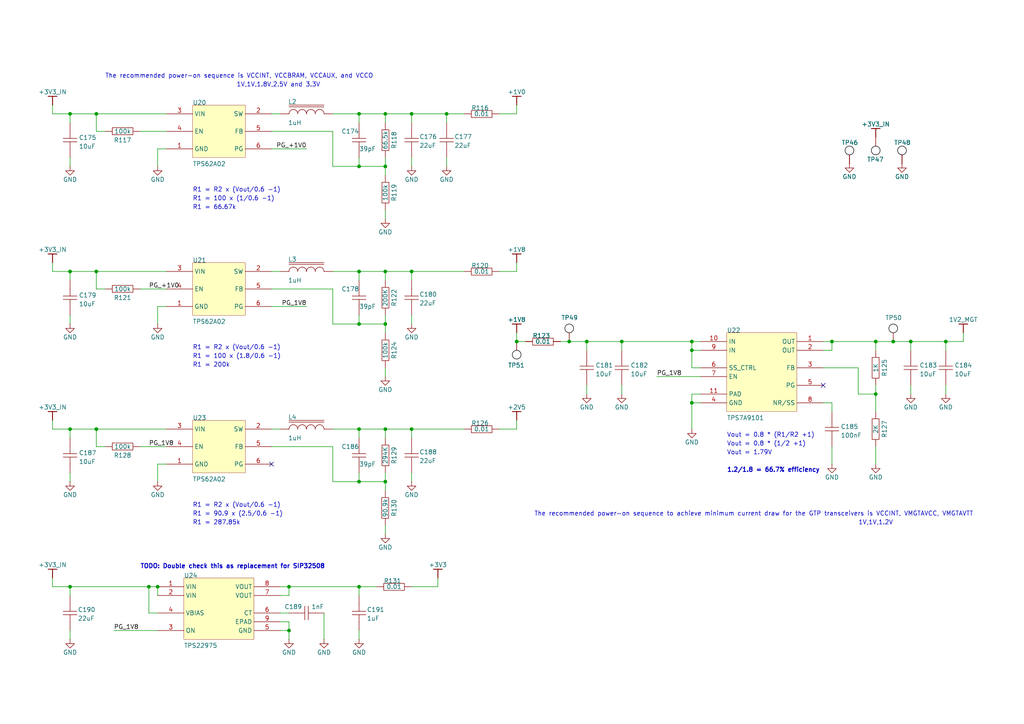
<source format=kicad_sch>
(kicad_sch (version 20241004) (generator "eeschema") (generator_version "8.99")
  (paper "A4")
  (title_block (title "ThunderScope") (rev "5") (company "EEVengers"))
  (text "The recommended power-on sequence to achieve minimum current draw for the GTP transceivers is VCCINT, VMGTAVCC, VMGTAVTT" (at 154.94 149.86 0) (effects (font (size 1.27 1.27)) (justify left bottom)))
  (text "TODO: Double check this as replacement for SIP32508" (at 40.64 165.1 0) (effects (font (size 1.27 1.27) (thickness 0.254) (bold yes)) (justify left bottom)))
  (text "R1 = R2 x (Vout/0.6 -1)" (at 55.88 55.88 0) (effects (font (size 1.27 1.27)) (justify left bottom)))
  (text "Vout = 0.8 * (1/2 +1)" (at 210.82 129.54 0) (effects (font (size 1.27 1.27)) (justify left bottom)))
  (text "R1 = 200k" (at 55.88 106.68 0) (effects (font (size 1.27 1.27)) (justify left bottom)))
  (text "R1 = R2 x (Vout/0.6 -1)" (at 55.88 147.32 0) (effects (font (size 1.27 1.27)) (justify left bottom)))
  (text "R1 = 90.9 x (2.5/0.6 -1)" (at 55.88 149.86 0) (effects (font (size 1.27 1.27)) (justify left bottom)))
  (text "Vout = 1.79V" (at 210.82 132.08 0) (effects (font (size 1.27 1.27)) (justify left bottom)))
  (text "1V,1V,1.2V" (at 254 152.4 0) (effects (font (size 1.27 1.27)) (justify bottom)))
  (text "R1 = 100 x (1.8/0.6 -1)" (at 55.88 104.14 0) (effects (font (size 1.27 1.27)) (justify left bottom)))
  (text "R1 = 100 x (1/0.6 -1)" (at 55.88 58.42 0) (effects (font (size 1.27 1.27)) (justify left bottom)))
  (text "R1 = 66.67k" (at 55.88 60.96 0) (effects (font (size 1.27 1.27)) (justify left bottom)))
  (text "Vout = 0.8 * (R1/R2 +1)" (at 210.82 127 0) (effects (font (size 1.27 1.27)) (justify left bottom)))
  (text "1.2/1.8 = 66.7% efficiency" (at 210.82 137.16 0) (effects (font (size 1.27 1.27) (thickness 0.254) (bold yes)) (justify left bottom)))
  (text "R1 = 287.85k" (at 55.88 152.4 0) (effects (font (size 1.27 1.27)) (justify left bottom)))
  (text "The recommended power-on sequence is VCCINT, VCCBRAM, VCCAUX, and VCCO" (at 30.48 22.86 0) (effects (font (size 1.27 1.27)) (justify left bottom)))
  (text "R1 = R2 x (Vout/0.6 -1)" (at 55.88 101.6 0) (effects (font (size 1.27 1.27)) (justify left bottom)))
  (text "1V,1V,1.8V,2.5V and 3.3V" (at 68.58 25.4 0) (effects (font (size 1.27 1.27)) (justify left bottom)))
  (junction (at 180.34 99.06))
  (junction (at 104.14 33.02))
  (junction (at 83.82 170.18))
  (junction (at 254 114.3))
  (junction (at 27.94 78.74))
  (junction (at 241.3 99.06))
  (junction (at 259.08 99.06))
  (junction (at 111.76 78.74))
  (junction (at 104.14 78.74))
  (junction (at 264.16 99.06))
  (junction (at 200.66 116.84))
  (junction (at 20.32 78.74))
  (junction (at 200.66 99.06))
  (junction (at 119.38 124.46))
  (junction (at 111.76 48.26))
  (junction (at 83.82 182.88))
  (junction (at 45.72 170.18))
  (junction (at 104.14 139.7))
  (junction (at 20.32 33.02))
  (junction (at 149.86 99.06))
  (junction (at 104.14 48.26))
  (junction (at 104.14 124.46))
  (junction (at 104.14 170.18))
  (junction (at 165.1 99.06))
  (junction (at 111.76 93.98))
  (junction (at 43.18 170.18))
  (junction (at 119.38 78.74))
  (junction (at 111.76 139.7))
  (junction (at 111.76 33.02))
  (junction (at 111.76 124.46))
  (junction (at 27.94 124.46))
  (junction (at 200.66 101.6))
  (junction (at 274.32 99.06))
  (junction (at 119.38 33.02))
  (junction (at 254 99.06))
  (junction (at 27.94 33.02))
  (junction (at 129.54 33.02))
  (junction (at 170.18 99.06))
  (junction (at 20.32 170.18))
  (junction (at 104.14 93.98))
  (junction (at 20.32 124.46))
  (no_connect (at 78.74 134.62))
  (no_connect (at 238.76 111.76))
  (wire (pts (xy 20.32 124.46) (xy 20.32 127)))
  (wire (pts (xy 111.76 142.24) (xy 111.76 139.7)))
  (wire (pts (xy 81.28 182.88) (xy 83.82 182.88)))
  (wire (pts (xy 200.66 114.3) (xy 200.66 116.84)))
  (wire (pts (xy 111.76 93.98) (xy 111.76 91.44)))
  (wire (pts (xy 20.32 139.7) (xy 20.32 137.16)))
  (wire (pts (xy 27.94 38.1) (xy 30.48 38.1)))
  (wire (pts (xy 104.14 137.16) (xy 104.14 139.7)))
  (wire (pts (xy 20.32 93.98) (xy 20.32 91.44)))
  (wire (pts (xy 104.14 93.98) (xy 96.52 93.98)))
  (wire (pts (xy 96.52 83.82) (xy 78.74 83.82)))
  (wire (pts (xy 48.26 83.82) (xy 40.64 83.82)))
  (wire (pts (xy 119.38 93.98) (xy 119.38 91.44)))
  (wire (pts (xy 96.52 139.7) (xy 96.52 129.54)))
  (wire (pts (xy 27.94 129.54) (xy 30.48 129.54)))
  (wire (pts (xy 200.66 116.84) (xy 200.66 124.46)))
  (wire (pts (xy 45.72 43.18) (xy 48.26 43.18)))
  (wire (pts (xy 264.16 114.3) (xy 264.16 111.76)))
  (wire (pts (xy 200.66 99.06) (xy 203.2 99.06)))
  (wire (pts (xy 48.26 78.74) (xy 27.94 78.74)))
  (wire (pts (xy 15.24 30.48) (xy 15.24 33.02)))
  (wire (pts (xy 45.72 48.26) (xy 45.72 43.18)))
  (wire (pts (xy 111.76 127) (xy 111.76 124.46)))
  (wire (pts (xy 119.38 139.7) (xy 119.38 137.16)))
  (wire (pts (xy 279.4 99.06) (xy 279.4 96.52)))
  (wire (pts (xy 111.76 50.8) (xy 111.76 48.26)))
  (wire (pts (xy 81.28 180.34) (xy 83.82 180.34)))
  (wire (pts (xy 43.18 170.18) (xy 45.72 170.18)))
  (wire (pts (xy 15.24 121.92) (xy 15.24 124.46)))
  (wire (pts (xy 254 129.54) (xy 254 134.62)))
  (wire (pts (xy 104.14 48.26) (xy 96.52 48.26)))
  (wire (pts (xy 144.78 78.74) (xy 149.86 78.74)))
  (wire (pts (xy 20.32 170.18) (xy 43.18 170.18)))
  (wire (pts (xy 93.98 185.42) (xy 93.98 177.8)))
  (wire (pts (xy 127 170.18) (xy 127 167.64)))
  (wire (pts (xy 119.38 48.26) (xy 119.38 45.72)))
  (wire (pts (xy 203.2 101.6) (xy 200.66 101.6)))
  (wire (pts (xy 104.14 124.46) (xy 96.52 124.46)))
  (wire (pts (xy 27.94 33.02) (xy 20.32 33.02)))
  (wire (pts (xy 104.14 127) (xy 104.14 124.46)))
  (wire (pts (xy 180.34 99.06) (xy 200.66 99.06)))
  (wire (pts (xy 274.32 99.06) (xy 274.32 101.6)))
  (wire (pts (xy 238.76 101.6) (xy 241.3 101.6)))
  (wire (pts (xy 203.2 114.3) (xy 200.66 114.3)))
  (wire (pts (xy 241.3 101.6) (xy 241.3 99.06)))
  (wire (pts (xy 119.38 124.46) (xy 111.76 124.46)))
  (wire (pts (xy 119.38 124.46) (xy 134.62 124.46)))
  (wire (pts (xy 78.74 33.02) (xy 81.28 33.02)))
  (wire (pts (xy 170.18 114.3) (xy 170.18 111.76)))
  (wire (pts (xy 27.94 83.82) (xy 30.48 83.82)))
  (wire (pts (xy 96.52 129.54) (xy 78.74 129.54)))
  (wire (pts (xy 254 99.06) (xy 259.08 99.06)))
  (wire (pts (xy 111.76 96.52) (xy 111.76 93.98)))
  (wire (pts (xy 20.32 170.18) (xy 20.32 172.72)))
  (wire (pts (xy 149.86 99.06) (xy 152.4 99.06)))
  (wire (pts (xy 111.76 81.28) (xy 111.76 78.74)))
  (wire (pts (xy 241.3 116.84) (xy 241.3 119.38)))
  (wire (pts (xy 111.76 78.74) (xy 104.14 78.74)))
  (wire (pts (xy 83.82 172.72) (xy 81.28 172.72)))
  (wire (pts (xy 248.92 106.68) (xy 248.92 114.3)))
  (wire (pts (xy 15.24 170.18) (xy 20.32 170.18)))
  (wire (pts (xy 238.76 106.68) (xy 248.92 106.68)))
  (wire (pts (xy 254 114.3) (xy 254 119.38)))
  (wire (pts (xy 149.86 124.46) (xy 149.86 121.92)))
  (wire (pts (xy 165.1 99.06) (xy 170.18 99.06)))
  (wire (pts (xy 241.3 99.06) (xy 254 99.06)))
  (wire (pts (xy 200.66 106.68) (xy 200.66 101.6)))
  (wire (pts (xy 20.32 33.02) (xy 20.32 35.56)))
  (wire (pts (xy 15.24 78.74) (xy 20.32 78.74)))
  (wire (pts (xy 180.34 99.06) (xy 180.34 101.6)))
  (wire (pts (xy 15.24 124.46) (xy 20.32 124.46)))
  (wire (pts (xy 104.14 170.18) (xy 109.22 170.18)))
  (wire (pts (xy 200.66 101.6) (xy 200.66 99.06)))
  (wire (pts (xy 162.56 99.06) (xy 165.1 99.06)))
  (wire (pts (xy 111.76 139.7) (xy 111.76 137.16)))
  (wire (pts (xy 104.14 91.44) (xy 104.14 93.98)))
  (wire (pts (xy 45.72 170.18) (xy 45.72 172.72)))
  (wire (pts (xy 45.72 177.8) (xy 43.18 177.8)))
  (wire (pts (xy 104.14 185.42) (xy 104.14 182.88)))
  (wire (pts (xy 274.32 99.06) (xy 279.4 99.06)))
  (wire (pts (xy 96.52 48.26) (xy 96.52 38.1)))
  (wire (pts (xy 144.78 124.46) (xy 149.86 124.46)))
  (wire (pts (xy 111.76 35.56) (xy 111.76 33.02)))
  (wire (pts (xy 81.28 177.8) (xy 83.82 177.8)))
  (wire (pts (xy 45.72 93.98) (xy 45.72 88.9)))
  (wire (pts (xy 238.76 99.06) (xy 241.3 99.06)))
  (wire (pts (xy 119.38 33.02) (xy 129.54 33.02)))
  (wire (pts (xy 45.72 88.9) (xy 48.26 88.9)))
  (wire (pts (xy 78.74 88.9) (xy 88.9 88.9)))
  (wire (pts (xy 78.74 43.18) (xy 88.9 43.18)))
  (wire (pts (xy 27.94 124.46) (xy 20.32 124.46)))
  (wire (pts (xy 78.74 78.74) (xy 81.28 78.74)))
  (wire (pts (xy 111.76 139.7) (xy 104.14 139.7)))
  (wire (pts (xy 48.26 124.46) (xy 27.94 124.46)))
  (wire (pts (xy 129.54 33.02) (xy 134.62 33.02)))
  (wire (pts (xy 27.94 78.74) (xy 27.94 83.82)))
  (wire (pts (xy 104.14 35.56) (xy 104.14 33.02)))
  (wire (pts (xy 104.14 139.7) (xy 96.52 139.7)))
  (wire (pts (xy 119.38 81.28) (xy 119.38 78.74)))
  (wire (pts (xy 83.82 170.18) (xy 83.82 172.72)))
  (wire (pts (xy 45.72 182.88) (xy 33.02 182.88)))
  (wire (pts (xy 119.38 33.02) (xy 111.76 33.02)))
  (wire (pts (xy 104.14 170.18) (xy 83.82 170.18)))
  (wire (pts (xy 104.14 33.02) (xy 96.52 33.02)))
  (wire (pts (xy 264.16 99.06) (xy 274.32 99.06)))
  (wire (pts (xy 170.18 99.06) (xy 180.34 99.06)))
  (wire (pts (xy 248.92 114.3) (xy 254 114.3)))
  (wire (pts (xy 119.38 127) (xy 119.38 124.46)))
  (wire (pts (xy 129.54 48.26) (xy 129.54 45.72)))
  (wire (pts (xy 27.94 124.46) (xy 27.94 129.54)))
  (wire (pts (xy 27.94 33.02) (xy 27.94 38.1)))
  (wire (pts (xy 264.16 99.06) (xy 264.16 101.6)))
  (wire (pts (xy 20.32 78.74) (xy 20.32 81.28)))
  (wire (pts (xy 111.76 93.98) (xy 104.14 93.98)))
  (wire (pts (xy 254 111.76) (xy 254 114.3)))
  (wire (pts (xy 119.38 78.74) (xy 134.62 78.74)))
  (wire (pts (xy 83.82 170.18) (xy 81.28 170.18)))
  (wire (pts (xy 45.72 134.62) (xy 48.26 134.62)))
  (wire (pts (xy 119.38 170.18) (xy 127 170.18)))
  (wire (pts (xy 96.52 93.98) (xy 96.52 83.82)))
  (wire (pts (xy 104.14 45.72) (xy 104.14 48.26)))
  (wire (pts (xy 144.78 33.02) (xy 149.86 33.02)))
  (wire (pts (xy 43.18 177.8) (xy 43.18 170.18)))
  (wire (pts (xy 149.86 78.74) (xy 149.86 76.2)))
  (wire (pts (xy 111.76 33.02) (xy 104.14 33.02)))
  (wire (pts (xy 111.76 106.68) (xy 111.76 109.22)))
  (wire (pts (xy 40.64 38.1) (xy 48.26 38.1)))
  (wire (pts (xy 48.26 33.02) (xy 27.94 33.02)))
  (wire (pts (xy 15.24 76.2) (xy 15.24 78.74)))
  (wire (pts (xy 111.76 124.46) (xy 104.14 124.46)))
  (wire (pts (xy 180.34 114.3) (xy 180.34 111.76)))
  (wire (pts (xy 111.76 48.26) (xy 104.14 48.26)))
  (wire (pts (xy 149.86 96.52) (xy 149.86 99.06)))
  (wire (pts (xy 190.5 109.22) (xy 203.2 109.22)))
  (wire (pts (xy 259.08 99.06) (xy 264.16 99.06)))
  (wire (pts (xy 170.18 101.6) (xy 170.18 99.06)))
  (wire (pts (xy 96.52 38.1) (xy 78.74 38.1)))
  (wire (pts (xy 149.86 33.02) (xy 149.86 30.48)))
  (wire (pts (xy 111.76 60.96) (xy 111.76 63.5)))
  (wire (pts (xy 48.26 129.54) (xy 40.64 129.54)))
  (wire (pts (xy 104.14 78.74) (xy 96.52 78.74)))
  (wire (pts (xy 119.38 35.56) (xy 119.38 33.02)))
  (wire (pts (xy 238.76 116.84) (xy 241.3 116.84)))
  (wire (pts (xy 83.82 182.88) (xy 83.82 185.42)))
  (wire (pts (xy 45.72 139.7) (xy 45.72 134.62)))
  (wire (pts (xy 20.32 48.26) (xy 20.32 45.72)))
  (wire (pts (xy 119.38 78.74) (xy 111.76 78.74)))
  (wire (pts (xy 241.3 134.62) (xy 241.3 129.54)))
  (wire (pts (xy 111.76 48.26) (xy 111.76 45.72)))
  (wire (pts (xy 20.32 185.42) (xy 20.32 182.88)))
  (wire (pts (xy 78.74 124.46) (xy 81.28 124.46)))
  (wire (pts (xy 129.54 35.56) (xy 129.54 33.02)))
  (wire (pts (xy 203.2 106.68) (xy 200.66 106.68)))
  (wire (pts (xy 27.94 78.74) (xy 20.32 78.74)))
  (wire (pts (xy 254 101.6) (xy 254 99.06)))
  (wire (pts (xy 15.24 167.64) (xy 15.24 170.18)))
  (wire (pts (xy 111.76 152.4) (xy 111.76 154.94)))
  (wire (pts (xy 83.82 180.34) (xy 83.82 182.88)))
  (wire (pts (xy 104.14 170.18) (xy 104.14 172.72)))
  (wire (pts (xy 203.2 116.84) (xy 200.66 116.84)))
  (wire (pts (xy 15.24 33.02) (xy 20.32 33.02)))
  (wire (pts (xy 104.14 81.28) (xy 104.14 78.74)))
  (wire (pts (xy 274.32 114.3) (xy 274.32 111.76)))
  (label "PG_1V8" (at 33.02 182.88 0))
  (label "PG_+1V0" (at 88.9 43.18 180))
  (label "PG_1V8" (at 43.18 129.54 0))
  (label "PG_1V8" (at 190.5 109.22 0))
  (label "PG_+1V0" (at 43.18 83.82 0))
  (label "PG_1V8" (at 88.9 88.9 180))
  (symbol (lib_id "Thunderscope_Rev5:GND") (at 129.54 48.26 0) (unit 1)
    (property "Reference" "#PWR0495" (effects (hide yes)))
    (property "Value" "GND" (at 129.54 52.07 0))
    (property "Description" "Power symbol creates a global label with name \"GND\" , ground" (effects (hide yes)))
  )
  (symbol (lib_id "Thunderscope_Rev5:+1V0_BAR") (at 149.86 30.48 180) (unit 1)
    (property "Reference" "#PWR0494" (effects (hide yes)))
    (property "Value" "+1V0" (at 149.86 26.67 0))
  )
  (symbol (lib_id "Thunderscope_Rev5:RES 100K OHM 1% 1/10W 0402") (at 35.56 129.54 90) (unit 1)
    (property "Reference" "R128" (at 35.56 132.08 90))
    (property "Value" "${ALTIUM_VALUE}" (at 35.56 129.54 90))
    (property "Footprint" "GEN_R_0402" (effects (hide yes)))
    (property "TOLERANCE" "1%" (effects (hide yes)))
    (property "PACKAGE" "0402" (effects (hide yes)))
    (property "ALTIUM_VALUE" "100k" (effects (hide yes)))
    (property "SUPPLIER 1" "Mouser" (effects (hide yes)))
    (property "SUPPLIER PART NUMBER 1" "603-RC0402FR-07100KL" (effects (hide yes)))
    (property "HOUSE PART NUMBER" "R-100K-0402-1%-001" (effects (hide yes)))
    (property "MANUFACTURER" "Yageo" (effects (hide yes)))
    (property "MANUFACTURER PART NUMBER" "RC0402FR-07100KL" (effects (hide yes)))
  )
  (symbol (lib_id "Thunderscope_Rev5:CAP 1nF 50V C0G 0402") (at 88.9 177.8 90) (unit 1)
    (property "Reference" "C189" (at 87.63 175.26 90) (effects (justify left bottom)))
    (property "Value" "${ALTIUM_VALUE}" (at 93.98 175.26 90) (effects (justify left bottom)))
    (property "Footprint" "GEN_C_0402" (effects (hide yes)))
    (property "PACKAGE" "0402" (effects (hide yes)))
    (property "VOLTAGE RATING" "50V" (effects (hide yes)))
    (property "SUPPLIER 1" "Mouser" (effects (hide yes)))
    (property "SUPPLIER PART NUMBER 1" "81-GRM1555C1H102FA1D" (effects (hide yes)))
    (property "ALTIUM_VALUE" "1nF" (effects (hide yes)))
    (property "MANUFACTURER" "Murata" (effects (hide yes)))
    (property "MANUFACTURER PART NUMBER" "GRM1555C1H102FA01D" (effects (hide yes)))
  )
  (symbol (lib_id "Thunderscope_Rev5:+3V3_IN_BAR") (at 15.24 76.2 180) (unit 1)
    (property "Reference" "#PWR0470" (effects (hide yes)))
    (property "Value" "+3V3_IN" (at 15.24 72.39 0))
  )
  (symbol (lib_id "Thunderscope_Rev5:RES 0.01 OHM 1% 1/4W 0603") (at 139.7 78.74 0) (unit 1)
    (property "Reference" "R120" (at 136.7 77.764 0) (effects (justify left bottom)))
    (property "Value" "${ALTIUM_VALUE}" (at 139.7 78.74 0))
    (property "Footprint" "GEN_R_0603" (effects (hide yes)))
    (property "TOLERANCE" "1%" (effects (hide yes)))
    (property "SUPPLIER 1" "Mouser" (effects (hide yes)))
    (property "SUPPLIER PART NUMBER 1" "754-RL0816T-R010-F" (effects (hide yes)))
    (property "ALTIUM_VALUE" "0.01" (effects (hide yes)))
    (property "PACKAGE" "0603" (effects (hide yes)))
    (property "HOUSE PART NUMBER" "R-0.01-0603-1%-001" (effects (hide yes)))
    (property "MANUFACTURER" "Susumu" (effects (hide yes)))
    (property "MANUFACTURER PART NUMBER" "RL0816T-R010-F" (effects (hide yes)))
  )
  (symbol (lib_id "Thunderscope_Rev5:GND") (at 111.76 63.5 0) (unit 1)
    (property "Reference" "#PWR0460" (effects (hide yes)))
    (property "Value" "GND" (at 111.76 67.31 0))
    (property "Description" "Power symbol creates a global label with name \"GND\" , ground" (effects (hide yes)))
  )
  (symbol (lib_id "Thunderscope_Rev5:RES 0.01 OHM 1% 1/4W 0603") (at 139.7 33.02 0) (unit 1)
    (property "Reference" "R116" (at 136.7 32.044 0) (effects (justify left bottom)))
    (property "Value" "${ALTIUM_VALUE}" (at 139.7 33.02 0))
    (property "Footprint" "GEN_R_0603" (effects (hide yes)))
    (property "TOLERANCE" "1%" (effects (hide yes)))
    (property "SUPPLIER 1" "Mouser" (effects (hide yes)))
    (property "SUPPLIER PART NUMBER 1" "754-RL0816T-R010-F" (effects (hide yes)))
    (property "ALTIUM_VALUE" "0.01" (effects (hide yes)))
    (property "PACKAGE" "0603" (effects (hide yes)))
    (property "HOUSE PART NUMBER" "R-0.01-0603-1%-001" (effects (hide yes)))
    (property "MANUFACTURER" "Susumu" (effects (hide yes)))
    (property "MANUFACTURER PART NUMBER" "RL0816T-R010-F" (effects (hide yes)))
  )
  (symbol (lib_id "Thunderscope_Rev5:GND") (at 264.16 114.3 0) (unit 1)
    (property "Reference" "#PWR0487" (effects (hide yes)))
    (property "Value" "GND" (at 264.16 118.11 0))
    (property "Description" "Power symbol creates a global label with name \"GND\" , ground" (effects (hide yes)))
  )
  (symbol (lib_id "Thunderscope_Rev5:GND") (at 93.98 185.42 0) (unit 1)
    (property "Reference" "#PWR0475" (effects (hide yes)))
    (property "Value" "GND" (at 93.98 189.23 0))
    (property "Description" "Power symbol creates a global label with name \"GND\" , ground" (effects (hide yes)))
  )
  (symbol (lib_id "Thunderscope_Rev5:GND") (at 20.32 139.7 0) (unit 1)
    (property "Reference" "#PWR0463" (effects (hide yes)))
    (property "Value" "GND" (at 20.32 143.51 0))
    (property "Description" "Power symbol creates a global label with name \"GND\" , ground" (effects (hide yes)))
  )
  (symbol (lib_id "Thunderscope_Rev5:CAP 100nF 16V X7R 0402") (at 241.3 124.46 0) (unit 1)
    (property "Reference" "C185" (at 243.84 124.46 0) (effects (justify left bottom)))
    (property "Value" "${ALTIUM_VALUE}" (at 243.84 127 0) (effects (justify left bottom)))
    (property "Footprint" "GEN_C_0402" (effects (hide yes)))
    (property "PACKAGE" "0402" (effects (hide yes)))
    (property "VOLTAGE RATING" "16V" (effects (hide yes)))
    (property "SUPPLIER 1" "Mouser" (effects (hide yes)))
    (property "SUPPLIER PART NUMBER 1" "81-GCM155R71C104KA5D" (effects (hide yes)))
    (property "ALTIUM_VALUE" "100nF" (effects (hide yes)))
    (property "HOUSE PART NUMBER" "C-100nF-0402-002" (effects (hide yes)))
    (property "MANUFACTURER" "Murata" (effects (hide yes)))
    (property "MANUFACTURER PART NUMBER" "GCM155R71C104KA55D" (effects (hide yes)))
  )
  (symbol (lib_id "Thunderscope_Rev5:IC BUCK TPS62A02") (at 55.88 30.48 0) (unit 1)
    (property "Reference" "U20" (at 55.88 30.48 0) (effects (justify left bottom)))
    (property "Value" "TPS62A02" (at 55.88 48.26 0) (effects (justify left bottom)))
    (property "Footprint" "TI_SOT563_DRL0006A" (effects (hide yes)))
    (property "SUPPLIER 1" "Texas Instruments" (effects (hide yes)))
    (property "SUPPLIER PART NUMBER 1" "TPS62A02DRLR" (effects (hide yes)))
    (property "HOUSE PART NUMBER" "TPS62A02DRLR" (effects (hide yes)))
    (property "MANUFACTURER" "Texas Instruments" (effects (hide yes)))
    (property "MANUFACTURER PART NUMBER" "TPS62A02DRLR" (effects (hide yes)))
  )
  (symbol (lib_id "Thunderscope_Rev5:CAP 39pF 50V C0G 0402") (at 104.14 40.64 0) (unit 1)
    (property "Reference" "C174" (at 101.6 38.1 0))
    (property "Value" "${ALTIUM_VALUE}" (at 104.14 43.18 0) (effects (justify left)))
    (property "Footprint" "GEN_C_0402" (effects (hide yes)))
    (property "PACKAGE" "0402" (effects (hide yes)))
    (property "TEMPERATURE COEFFICIENT" "C0G" (effects (hide yes)))
    (property "ALTIUM_VALUE" "39pF" (effects (hide yes)))
    (property "VOLTAGE RATING" "50V" (effects (hide yes)))
    (property "SUPPLIER 1" "Mouser" (effects (hide yes)))
    (property "SUPPLIER PART NUMBER 1" "80-C0402C390J5G" (effects (hide yes)))
    (property "HOUSE PART NUMBER" "C-39pF-0402-002" (effects (hide yes)))
    (property "MANUFACTURER" "KEMET" (effects (hide yes)))
    (property "MANUFACTURER PART NUMBER" "C0402C390J5GACTU" (effects (hide yes)))
  )
  (symbol (lib_id "Thunderscope_Rev5:RES 90.9K OHM 1% 1/16W 0402") (at 111.76 147.32 90) (unit 1)
    (property "Reference" "R130" (at 114.3 147.32 0))
    (property "Value" "${ALTIUM_VALUE}" (at 111.76 147.32 0))
    (property "Footprint" "GEN_R_0402" (effects (hide yes)))
    (property "TOLERANCE" "1%" (effects (hide yes)))
    (property "PACKAGE" "0402" (effects (hide yes)))
    (property "ALTIUM_VALUE" "90.9k" (effects (hide yes)))
    (property "SUPPLIER 1" "Mouser" (effects (hide yes)))
    (property "SUPPLIER PART NUMBER 1" "603-RC0402FR-0790K9L" (effects (hide yes)))
    (property "MANUFACTURER" "Yageo" (effects (hide yes)))
    (property "MANUFACTURER PART NUMBER" "RC0402FR-0790K9L" (effects (hide yes)))
  )
  (symbol (lib_id "Thunderscope_Rev5:GND") (at 200.66 124.46 0) (unit 1)
    (property "Reference" "#PWR0482" (effects (hide yes)))
    (property "Value" "GND" (at 200.66 128.27 0))
    (property "Description" "Power symbol creates a global label with name \"GND\" , ground" (effects (hide yes)))
  )
  (symbol (lib_id "Thunderscope_Rev5:RES 1K OHM 1% 1/10W 0402") (at 254 106.68 0) (unit 1)
    (property "Reference" "R125" (at 256.54 106.68 90))
    (property "Value" "${ALTIUM_VALUE}" (at 254 106.68 90))
    (property "Footprint" "GEN_R_0402" (effects (hide yes)))
    (property "TOLERANCE" "1%" (effects (hide yes)))
    (property "PACKAGE" "0402" (effects (hide yes)))
    (property "SUPPLIER 1" "Mouser" (effects (hide yes)))
    (property "SUPPLIER PART NUMBER 1" "603-RC0402FR-071KL" (effects (hide yes)))
    (property "ALTIUM_VALUE" "1K" (effects (hide yes)))
    (property "HOUSE PART NUMBER" "R-1K-0402-1%-001" (effects (hide yes)))
    (property "MANUFACTURER" "Yageo" (effects (hide yes)))
    (property "MANUFACTURER PART NUMBER" "RC0402FR-071KL" (effects (hide yes)))
  )
  (symbol (lib_id "Thunderscope_Rev5:CAP 10uF 10V X5R 0603") (at 180.34 106.68 0) (unit 1)
    (property "Reference" "C182" (at 182.88 106.68 0) (effects (justify left bottom)))
    (property "Value" "${ALTIUM_VALUE}" (at 182.88 109.22 0) (effects (justify left bottom)))
    (property "Footprint" "GEN_C_0603" (effects (hide yes)))
    (property "PACKAGE" "0402" (effects (hide yes)))
    (property "VOLTAGE RATING" "10V" (effects (hide yes)))
    (property "SUPPLIER 1" "Mouser" (effects (hide yes)))
    (property "SUPPLIER PART NUMBER 1" "81-GRM188R61A106ME9D" (effects (hide yes)))
    (property "ALTIUM_VALUE" "10uF" (effects (hide yes)))
    (property "HOUSE PART NUMBER" "C-10uF-0603-002" (effects (hide yes)))
    (property "MANUFACTURER" "Murata" (effects (hide yes)))
    (property "MANUFACTURER PART NUMBER" "GRM188R61A106ME69D" (effects (hide yes)))
  )
  (symbol (lib_id "Thunderscope_Rev5:GND") (at 274.32 114.3 0) (unit 1)
    (property "Reference" "#PWR0486" (effects (hide yes)))
    (property "Value" "GND" (at 274.32 118.11 0))
    (property "Description" "Power symbol creates a global label with name \"GND\" , ground" (effects (hide yes)))
  )
  (symbol (lib_id "Thunderscope_Rev5:CAP 39pF 50V C0G 0402") (at 104.14 86.36 0) (unit 1)
    (property "Reference" "C178" (at 101.6 83.82 0))
    (property "Value" "${ALTIUM_VALUE}" (at 104.14 88.9 0) (effects (justify left)))
    (property "Footprint" "GEN_C_0402" (effects (hide yes)))
    (property "PACKAGE" "0402" (effects (hide yes)))
    (property "TEMPERATURE COEFFICIENT" "C0G" (effects (hide yes)))
    (property "ALTIUM_VALUE" "39pF" (effects (hide yes)))
    (property "VOLTAGE RATING" "50V" (effects (hide yes)))
    (property "SUPPLIER 1" "Mouser" (effects (hide yes)))
    (property "SUPPLIER PART NUMBER 1" "80-C0402C390J5G" (effects (hide yes)))
    (property "HOUSE PART NUMBER" "C-39pF-0402-002" (effects (hide yes)))
    (property "MANUFACTURER" "KEMET" (effects (hide yes)))
    (property "MANUFACTURER PART NUMBER" "C0402C390J5GACTU" (effects (hide yes)))
  )
  (symbol (lib_id "Thunderscope_Rev5:GND") (at 45.72 48.26 0) (unit 1)
    (property "Reference" "#PWR0471" (effects (hide yes)))
    (property "Value" "GND" (at 45.72 52.07 0))
    (property "Description" "Power symbol creates a global label with name \"GND\" , ground" (effects (hide yes)))
  )
  (symbol (lib_id "Thunderscope_Rev5:+1V8_BAR") (at 149.86 76.2 180) (unit 1)
    (property "Reference" "#PWR0490" (effects (hide yes)))
    (property "Value" "+1V8" (at 149.86 72.39 0))
  )
  (symbol (lib_id "Thunderscope_Rev5:RES 0.01 OHM 1% 1/4W 0603") (at 157.48 99.06 0) (unit 1)
    (property "Reference" "R123" (at 154.48 98.084 0) (effects (justify left bottom)))
    (property "Value" "${ALTIUM_VALUE}" (at 157.48 99.06 0))
    (property "Footprint" "GEN_R_0603" (effects (hide yes)))
    (property "TOLERANCE" "1%" (effects (hide yes)))
    (property "SUPPLIER 1" "Mouser" (effects (hide yes)))
    (property "SUPPLIER PART NUMBER 1" "754-RL0816T-R010-F" (effects (hide yes)))
    (property "ALTIUM_VALUE" "0.01" (effects (hide yes)))
    (property "PACKAGE" "0603" (effects (hide yes)))
    (property "HOUSE PART NUMBER" "R-0.01-0603-1%-001" (effects (hide yes)))
    (property "MANUFACTURER" "Susumu" (effects (hide yes)))
    (property "MANUFACTURER PART NUMBER" "RL0816T-R010-F" (effects (hide yes)))
  )
  (symbol (lib_id "Thunderscope_Rev5:IND 1uH 5.5A 32 MOHM 1210") (at 88.9 124.46 0) (unit 1)
    (property "Reference" "L4" (at 83.566 121.666 0) (effects (justify left bottom)))
    (property "Value" "${ALTIUM_VALUE}" (at 83.566 127.762 0) (effects (justify left bottom)))
    (property "Footprint" "GEN_L_1210" (effects (hide yes)))
    (property "ALTIUM_VALUE" "1uH" (effects (hide yes)))
    (property "SUPPLIER 1" "Mouser" (effects (hide yes)))
    (property "SUPPLIER PART NUMBER 1" "652-SRP3212-1R0M" (effects (hide yes)))
    (property "HOUSE PART NUMBER" "SRP3212-1R0M" (effects (hide yes)))
    (property "MANUFACTURER" "Bourns" (effects (hide yes)))
    (property "MANUFACTURER PART NUMBER" "SRP3212-1R0M" (effects (hide yes)))
  )
  (symbol (lib_id "Thunderscope_Rev5:GND") (at 20.32 185.42 0) (unit 1)
    (property "Reference" "#PWR0466" (effects (hide yes)))
    (property "Value" "GND" (at 20.32 189.23 0))
    (property "Description" "Power symbol creates a global label with name \"GND\" , ground" (effects (hide yes)))
  )
  (symbol (lib_id "Thunderscope_Rev5:GND") (at 104.14 185.42 0) (unit 1)
    (property "Reference" "#PWR0476" (effects (hide yes)))
    (property "Value" "GND" (at 104.14 189.23 0))
    (property "Description" "Power symbol creates a global label with name \"GND\" , ground" (effects (hide yes)))
  )
  (symbol (lib_id "Thunderscope_Rev5:TP PCB 1mm") (at 259.08 99.06 90) (unit 1)
    (property "Reference" "TP50" (at 261.62 91.44 90) (effects (justify left bottom)))
    (property "Value" "PCB" (effects (hide yes)))
    (property "Footprint" "GEN_TP_PCB" (effects (hide yes)))
  )
  (symbol (lib_id "Thunderscope_Rev5:GND") (at 45.72 139.7 0) (unit 1)
    (property "Reference" "#PWR0465" (effects (hide yes)))
    (property "Value" "GND" (at 45.72 143.51 0))
    (property "Description" "Power symbol creates a global label with name \"GND\" , ground" (effects (hide yes)))
  )
  (symbol (lib_id "Thunderscope_Rev5:CAP 10uF 10V X5R 0603") (at 274.32 106.68 0) (unit 1)
    (property "Reference" "C184" (at 276.86 106.68 0) (effects (justify left bottom)))
    (property "Value" "${ALTIUM_VALUE}" (at 276.86 109.22 0) (effects (justify left bottom)))
    (property "Footprint" "GEN_C_0603" (effects (hide yes)))
    (property "PACKAGE" "0402" (effects (hide yes)))
    (property "VOLTAGE RATING" "10V" (effects (hide yes)))
    (property "SUPPLIER 1" "Mouser" (effects (hide yes)))
    (property "SUPPLIER PART NUMBER 1" "81-GRM188R61A106ME9D" (effects (hide yes)))
    (property "ALTIUM_VALUE" "10uF" (effects (hide yes)))
    (property "HOUSE PART NUMBER" "C-10uF-0603-002" (effects (hide yes)))
    (property "MANUFACTURER" "Murata" (effects (hide yes)))
    (property "MANUFACTURER PART NUMBER" "GRM188R61A106ME69D" (effects (hide yes)))
  )
  (symbol (lib_id "Thunderscope_Rev5:IND 1uH 5.5A 32 MOHM 1210") (at 88.9 78.74 0) (unit 1)
    (property "Reference" "L3" (at 83.566 75.946 0) (effects (justify left bottom)))
    (property "Value" "${ALTIUM_VALUE}" (at 83.566 82.042 0) (effects (justify left bottom)))
    (property "Footprint" "GEN_L_1210" (effects (hide yes)))
    (property "ALTIUM_VALUE" "1uH" (effects (hide yes)))
    (property "SUPPLIER 1" "Mouser" (effects (hide yes)))
    (property "SUPPLIER PART NUMBER 1" "652-SRP3212-1R0M" (effects (hide yes)))
    (property "HOUSE PART NUMBER" "SRP3212-1R0M" (effects (hide yes)))
    (property "MANUFACTURER" "Bourns" (effects (hide yes)))
    (property "MANUFACTURER PART NUMBER" "SRP3212-1R0M" (effects (hide yes)))
  )
  (symbol (lib_id "Thunderscope_Rev5:GND") (at 261.62 47.4472 0) (unit 1)
    (property "Reference" "#PWR0488" (effects (hide yes)))
    (property "Value" "GND" (at 261.62 51.2572 0))
    (property "Description" "Power symbol creates a global label with name \"GND\" , ground" (effects (hide yes)))
  )
  (symbol (lib_id "Thunderscope_Rev5:+3V3_IN_BAR") (at 254 39.8272 180) (unit 1)
    (property "Reference" "#PWR0484" (effects (hide yes)))
    (property "Value" "+3V3_IN" (at 254 36.0172 0))
  )
  (symbol (lib_id "Thunderscope_Rev5:TP PCB 1mm") (at 165.1 99.06 90) (unit 1)
    (property "Reference" "TP49" (at 167.64 91.44 90) (effects (justify left bottom)))
    (property "Value" "PCB" (effects (hide yes)))
    (property "Footprint" "GEN_TP_PCB" (effects (hide yes)))
  )
  (symbol (lib_id "Thunderscope_Rev5:CAP 22uF 25V X5R 0805") (at 119.38 86.36 0) (unit 1)
    (property "Reference" "C180" (at 121.634 86.106 0) (effects (justify left bottom)))
    (property "Value" "${ALTIUM_VALUE}" (at 121.634 88.646 0) (effects (justify left bottom)))
    (property "Footprint" "GEN_C_0805" (effects (hide yes)))
    (property "PACKAGE" "0805" (effects (hide yes)))
    (property "VOLTAGE RATING" "25V" (effects (hide yes)))
    (property "ALTIUM_VALUE" "22uF" (effects (hide yes)))
    (property "SUPPLIER 1" "Mouser" (effects (hide yes)))
    (property "SUPPLIER PART NUMBER 1" "81-GRM21BR61E226ME4L" (effects (hide yes)))
    (property "HOUSE PART NUMBER" "C-22uF-0805-002" (effects (hide yes)))
    (property "MANUFACTURER" "Murata" (effects (hide yes)))
    (property "MANUFACTURER PART NUMBER" "GRM21BR61E226ME44L" (effects (hide yes)))
  )
  (symbol (lib_id "Thunderscope_Rev5:RES 100K OHM 1% 1/10W 0402") (at 35.56 38.1 90) (unit 1)
    (property "Reference" "R117" (at 35.56 40.64 90))
    (property "Value" "${ALTIUM_VALUE}" (at 35.56 38.1 90))
    (property "Footprint" "GEN_R_0402" (effects (hide yes)))
    (property "TOLERANCE" "1%" (effects (hide yes)))
    (property "PACKAGE" "0402" (effects (hide yes)))
    (property "ALTIUM_VALUE" "100k" (effects (hide yes)))
    (property "SUPPLIER 1" "Mouser" (effects (hide yes)))
    (property "SUPPLIER PART NUMBER 1" "603-RC0402FR-07100KL" (effects (hide yes)))
    (property "HOUSE PART NUMBER" "R-100K-0402-1%-001" (effects (hide yes)))
    (property "MANUFACTURER" "Yageo" (effects (hide yes)))
    (property "MANUFACTURER PART NUMBER" "RC0402FR-07100KL" (effects (hide yes)))
  )
  (symbol (lib_id "Thunderscope_Rev5:CAP 22uF 25V X5R 0805") (at 119.38 40.64 0) (unit 1)
    (property "Reference" "C176" (at 121.634 40.386 0) (effects (justify left bottom)))
    (property "Value" "${ALTIUM_VALUE}" (at 121.634 42.926 0) (effects (justify left bottom)))
    (property "Footprint" "GEN_C_0805" (effects (hide yes)))
    (property "PACKAGE" "0805" (effects (hide yes)))
    (property "VOLTAGE RATING" "25V" (effects (hide yes)))
    (property "ALTIUM_VALUE" "22uF" (effects (hide yes)))
    (property "SUPPLIER 1" "Mouser" (effects (hide yes)))
    (property "SUPPLIER PART NUMBER 1" "81-GRM21BR61E226ME4L" (effects (hide yes)))
    (property "HOUSE PART NUMBER" "C-22uF-0805-002" (effects (hide yes)))
    (property "MANUFACTURER" "Murata" (effects (hide yes)))
    (property "MANUFACTURER PART NUMBER" "GRM21BR61E226ME44L" (effects (hide yes)))
  )
  (symbol (lib_id "Thunderscope_Rev5:CAP 10uF 10V X5R 0603") (at 20.32 132.08 0) (unit 1)
    (property "Reference" "C187" (at 22.86 132.08 0) (effects (justify left bottom)))
    (property "Value" "${ALTIUM_VALUE}" (at 22.86 134.62 0) (effects (justify left bottom)))
    (property "Footprint" "GEN_C_0603" (effects (hide yes)))
    (property "PACKAGE" "0402" (effects (hide yes)))
    (property "VOLTAGE RATING" "10V" (effects (hide yes)))
    (property "SUPPLIER 1" "Mouser" (effects (hide yes)))
    (property "SUPPLIER PART NUMBER 1" "81-GRM188R61A106ME9D" (effects (hide yes)))
    (property "ALTIUM_VALUE" "10uF" (effects (hide yes)))
    (property "HOUSE PART NUMBER" "C-10uF-0603-002" (effects (hide yes)))
    (property "MANUFACTURER" "Murata" (effects (hide yes)))
    (property "MANUFACTURER PART NUMBER" "GRM188R61A106ME69D" (effects (hide yes)))
  )
  (symbol (lib_id "Thunderscope_Rev5:GND") (at 45.72 93.98 0) (unit 1)
    (property "Reference" "#PWR0473" (effects (hide yes)))
    (property "Value" "GND" (at 45.72 97.79 0))
    (property "Description" "Power symbol creates a global label with name \"GND\" , ground" (effects (hide yes)))
  )
  (symbol (lib_id "Thunderscope_Rev5:GND") (at 111.76 154.94 0) (unit 1)
    (property "Reference" "#PWR0467" (effects (hide yes)))
    (property "Value" "GND" (at 111.76 158.75 0))
    (property "Description" "Power symbol creates a global label with name \"GND\" , ground" (effects (hide yes)))
  )
  (symbol (lib_id "Thunderscope_Rev5:GND") (at 20.32 48.26 0) (unit 1)
    (property "Reference" "#PWR0472" (effects (hide yes)))
    (property "Value" "GND" (at 20.32 52.07 0))
    (property "Description" "Power symbol creates a global label with name \"GND\" , ground" (effects (hide yes)))
  )
  (symbol (lib_id "Thunderscope_Rev5:CAP 10uF 10V X5R 0603") (at 264.16 106.68 0) (unit 1)
    (property "Reference" "C183" (at 266.7 106.68 0) (effects (justify left bottom)))
    (property "Value" "${ALTIUM_VALUE}" (at 266.7 109.22 0) (effects (justify left bottom)))
    (property "Footprint" "GEN_C_0603" (effects (hide yes)))
    (property "PACKAGE" "0402" (effects (hide yes)))
    (property "VOLTAGE RATING" "10V" (effects (hide yes)))
    (property "SUPPLIER 1" "Mouser" (effects (hide yes)))
    (property "SUPPLIER PART NUMBER 1" "81-GRM188R61A106ME9D" (effects (hide yes)))
    (property "ALTIUM_VALUE" "10uF" (effects (hide yes)))
    (property "HOUSE PART NUMBER" "C-10uF-0603-002" (effects (hide yes)))
    (property "MANUFACTURER" "Murata" (effects (hide yes)))
    (property "MANUFACTURER PART NUMBER" "GRM188R61A106ME69D" (effects (hide yes)))
  )
  (symbol (lib_id "Thunderscope_Rev5:GND") (at 20.32 93.98 0) (unit 1)
    (property "Reference" "#PWR0468" (effects (hide yes)))
    (property "Value" "GND" (at 20.32 97.79 0))
    (property "Description" "Power symbol creates a global label with name \"GND\" , ground" (effects (hide yes)))
  )
  (symbol (lib_id "Thunderscope_Rev5:+2V5_BAR") (at 149.86 121.92 180) (unit 1)
    (property "Reference" "#PWR0496" (effects (hide yes)))
    (property "Value" "+2V5" (at 149.86 118.11 0))
  )
  (symbol (lib_id "Thunderscope_Rev5:+3V3_IN_BAR") (at 15.24 30.48 180) (unit 1)
    (property "Reference" "#PWR0469" (effects (hide yes)))
    (property "Value" "+3V3_IN" (at 15.24 26.67 0))
  )
  (symbol (lib_id "Thunderscope_Rev5:GND") (at 170.18 114.3 0) (unit 1)
    (property "Reference" "#PWR0478" (effects (hide yes)))
    (property "Value" "GND" (at 170.18 118.11 0))
    (property "Description" "Power symbol creates a global label with name \"GND\" , ground" (effects (hide yes)))
  )
  (symbol (lib_id "Thunderscope_Rev5:IC BUCK TPS62A02") (at 55.88 121.92 0) (unit 1)
    (property "Reference" "U23" (at 55.88 121.92 0) (effects (justify left bottom)))
    (property "Value" "TPS62A02" (at 55.88 139.7 0) (effects (justify left bottom)))
    (property "Footprint" "TI_SOT563_DRL0006A" (effects (hide yes)))
    (property "SUPPLIER 1" "Texas Instruments" (effects (hide yes)))
    (property "SUPPLIER PART NUMBER 1" "TPS62A02DRLR" (effects (hide yes)))
    (property "HOUSE PART NUMBER" "TPS62A02DRLR" (effects (hide yes)))
    (property "MANUFACTURER" "Texas Instruments" (effects (hide yes)))
    (property "MANUFACTURER PART NUMBER" "TPS62A02DRLR" (effects (hide yes)))
  )
  (symbol (lib_id "Thunderscope_Rev5:+3V3_IN_BAR") (at 15.24 121.92 180) (unit 1)
    (property "Reference" "#PWR0462" (effects (hide yes)))
    (property "Value" "+3V3_IN" (at 15.24 118.11 0))
  )
  (symbol (lib_id "Thunderscope_Rev5:IC SWITCH LOAD TPS22975") (at 63.5 175.26 0) (unit 1)
    (property "Reference" "U24" (at 53.34 167.64 0) (effects (justify left bottom)))
    (property "Value" "TPS22975" (at 53.34 187.96 0) (effects (justify left bottom)))
    (property "Footprint" "TI_WSON8_DSG0008A" (effects (hide yes)))
    (property "SUPPLIER 1" "Texas Instruments" (effects (hide yes)))
    (property "SUPPLIER PART NUMBER 1" "TPS22975DSGR" (effects (hide yes)))
    (property "MANUFACTURER" "Texas Instruments" (effects (hide yes)))
    (property "MANUFACTURER PART NUMBER" "TPS22975DSGR" (effects (hide yes)))
  )
  (symbol (lib_id "Thunderscope_Rev5:RES 2K OHM 1% 1/16W 0402") (at 254 124.46 90) (unit 1)
    (property "Reference" "R127" (at 256.54 124.46 0))
    (property "Value" "${ALTIUM_VALUE}" (at 254 124.46 0))
    (property "Footprint" "GEN_R_0402" (effects (hide yes)))
    (property "TOLERANCE" "1%" (effects (hide yes)))
    (property "PACKAGE" "0402" (effects (hide yes)))
    (property "SUPPLIER 1" "Mouser" (effects (hide yes)))
    (property "SUPPLIER PART NUMBER 1" "603-RC0402FR-072KL" (effects (hide yes)))
    (property "ALTIUM_VALUE" "2K" (effects (hide yes)))
    (property "MANUFACTURER" "Yageo" (effects (hide yes)))
    (property "MANUFACTURER PART NUMBER" "RC0402FR-072KL" (effects (hide yes)))
  )
  (symbol (lib_id "Thunderscope_Rev5:GND") (at 246.38 47.4472 0) (unit 1)
    (property "Reference" "#PWR0485" (effects (hide yes)))
    (property "Value" "GND" (at 246.38 51.2572 0))
    (property "Description" "Power symbol creates a global label with name \"GND\" , ground" (effects (hide yes)))
  )
  (symbol (lib_id "Thunderscope_Rev5:TP PCB 1mm") (at 246.38 47.4472 90) (unit 1)
    (property "Reference" "TP46" (at 248.92 40.64 90) (effects (justify left bottom)))
    (property "Value" "PCB" (effects (hide yes)))
    (property "Footprint" "GEN_TP_PCB" (effects (hide yes)))
  )
  (symbol (lib_id "Thunderscope_Rev5:RES 100K OHM 1% 1/10W 0402") (at 111.76 101.6 0) (unit 1)
    (property "Reference" "R124" (at 114.3 101.6 90))
    (property "Value" "${ALTIUM_VALUE}" (at 111.76 101.6 90))
    (property "Footprint" "GEN_R_0402" (effects (hide yes)))
    (property "TOLERANCE" "1%" (effects (hide yes)))
    (property "PACKAGE" "0402" (effects (hide yes)))
    (property "ALTIUM_VALUE" "100k" (effects (hide yes)))
    (property "SUPPLIER 1" "Mouser" (effects (hide yes)))
    (property "SUPPLIER PART NUMBER 1" "603-RC0402FR-07100KL" (effects (hide yes)))
    (property "HOUSE PART NUMBER" "R-100K-0402-1%-001" (effects (hide yes)))
    (property "MANUFACTURER" "Yageo" (effects (hide yes)))
    (property "MANUFACTURER PART NUMBER" "RC0402FR-07100KL" (effects (hide yes)))
  )
  (symbol (lib_id "Thunderscope_Rev5:CAP 22uF 25V X5R 0805") (at 20.32 177.8 0) (unit 1)
    (property "Reference" "C190" (at 22.574 177.546 0) (effects (justify left bottom)))
    (property "Value" "${ALTIUM_VALUE}" (at 22.574 180.086 0) (effects (justify left bottom)))
    (property "Footprint" "GEN_C_0805" (effects (hide yes)))
    (property "PACKAGE" "0805" (effects (hide yes)))
    (property "VOLTAGE RATING" "25V" (effects (hide yes)))
    (property "ALTIUM_VALUE" "22uF" (effects (hide yes)))
    (property "SUPPLIER 1" "Mouser" (effects (hide yes)))
    (property "SUPPLIER PART NUMBER 1" "81-GRM21BR61E226ME4L" (effects (hide yes)))
    (property "HOUSE PART NUMBER" "C-22uF-0805-002" (effects (hide yes)))
    (property "MANUFACTURER" "Murata" (effects (hide yes)))
    (property "MANUFACTURER PART NUMBER" "GRM21BR61E226ME44L" (effects (hide yes)))
  )
  (symbol (lib_id "Thunderscope_Rev5:GND") (at 241.3 134.62 0) (unit 1)
    (property "Reference" "#PWR0480" (effects (hide yes)))
    (property "Value" "GND" (at 241.3 138.43 0))
    (property "Description" "Power symbol creates a global label with name \"GND\" , ground" (effects (hide yes)))
  )
  (symbol (lib_id "Thunderscope_Rev5:RES 100K OHM 1% 1/10W 0402") (at 35.56 83.82 90) (unit 1)
    (property "Reference" "R121" (at 35.56 86.36 90))
    (property "Value" "${ALTIUM_VALUE}" (at 35.56 83.82 90))
    (property "Footprint" "GEN_R_0402" (effects (hide yes)))
    (property "TOLERANCE" "1%" (effects (hide yes)))
    (property "PACKAGE" "0402" (effects (hide yes)))
    (property "ALTIUM_VALUE" "100k" (effects (hide yes)))
    (property "SUPPLIER 1" "Mouser" (effects (hide yes)))
    (property "SUPPLIER PART NUMBER 1" "603-RC0402FR-07100KL" (effects (hide yes)))
    (property "HOUSE PART NUMBER" "R-100K-0402-1%-001" (effects (hide yes)))
    (property "MANUFACTURER" "Yageo" (effects (hide yes)))
    (property "MANUFACTURER PART NUMBER" "RC0402FR-07100KL" (effects (hide yes)))
  )
  (symbol (lib_id "Thunderscope_Rev5:GND") (at 254 134.62 0) (unit 1)
    (property "Reference" "#PWR0481" (effects (hide yes)))
    (property "Value" "GND" (at 254 138.43 0))
    (property "Description" "Power symbol creates a global label with name \"GND\" , ground" (effects (hide yes)))
  )
  (symbol (lib_id "Thunderscope_Rev5:IC LDO TPS7A9101") (at 220.98 106.68 0) (unit 1)
    (property "Reference" "U22" (at 210.82 96.52 0) (effects (justify left bottom)))
    (property "Value" "TPS7A9101" (at 210.82 121.92 0) (effects (justify left bottom)))
    (property "Footprint" "TI_WSON10_DSK0010A" (effects (hide yes)))
    (property "SUPPLIER 1" "Digi-Key" (effects (hide yes)))
    (property "SUPPLIER PART NUMBER 1" "296-45298-1-ND" (effects (hide yes)))
  )
  (symbol (lib_id "Thunderscope_Rev5:RES 100K OHM 1% 1/10W 0402") (at 111.76 55.88 0) (unit 1)
    (property "Reference" "R119" (at 114.3 55.88 90))
    (property "Value" "${ALTIUM_VALUE}" (at 111.76 55.88 90))
    (property "Footprint" "GEN_R_0402" (effects (hide yes)))
    (property "TOLERANCE" "1%" (effects (hide yes)))
    (property "PACKAGE" "0402" (effects (hide yes)))
    (property "ALTIUM_VALUE" "100k" (effects (hide yes)))
    (property "SUPPLIER 1" "Mouser" (effects (hide yes)))
    (property "SUPPLIER PART NUMBER 1" "603-RC0402FR-07100KL" (effects (hide yes)))
    (property "HOUSE PART NUMBER" "R-100K-0402-1%-001" (effects (hide yes)))
    (property "MANUFACTURER" "Yageo" (effects (hide yes)))
    (property "MANUFACTURER PART NUMBER" "RC0402FR-07100KL" (effects (hide yes)))
  )
  (symbol (lib_id "Thunderscope_Rev5:GND") (at 119.38 139.7 0) (unit 1)
    (property "Reference" "#PWR0492" (effects (hide yes)))
    (property "Value" "GND" (at 119.38 143.51 0))
    (property "Description" "Power symbol creates a global label with name \"GND\" , ground" (effects (hide yes)))
  )
  (symbol (lib_id "Thunderscope_Rev5:CAP 10uF 10V X5R 0603") (at 170.18 106.68 0) (unit 1)
    (property "Reference" "C181" (at 172.72 106.68 0) (effects (justify left bottom)))
    (property "Value" "${ALTIUM_VALUE}" (at 172.72 109.22 0) (effects (justify left bottom)))
    (property "Footprint" "GEN_C_0603" (effects (hide yes)))
    (property "PACKAGE" "0402" (effects (hide yes)))
    (property "VOLTAGE RATING" "10V" (effects (hide yes)))
    (property "SUPPLIER 1" "Mouser" (effects (hide yes)))
    (property "SUPPLIER PART NUMBER 1" "81-GRM188R61A106ME9D" (effects (hide yes)))
    (property "ALTIUM_VALUE" "10uF" (effects (hide yes)))
    (property "HOUSE PART NUMBER" "C-10uF-0603-002" (effects (hide yes)))
    (property "MANUFACTURER" "Murata" (effects (hide yes)))
    (property "MANUFACTURER PART NUMBER" "GRM188R61A106ME69D" (effects (hide yes)))
  )
  (symbol (lib_id "Thunderscope_Rev5:GND") (at 119.38 93.98 0) (unit 1)
    (property "Reference" "#PWR0491" (effects (hide yes)))
    (property "Value" "GND" (at 119.38 97.79 0))
    (property "Description" "Power symbol creates a global label with name \"GND\" , ground" (effects (hide yes)))
  )
  (symbol (lib_id "Thunderscope_Rev5:GND") (at 111.76 109.22 0) (unit 1)
    (property "Reference" "#PWR0461" (effects (hide yes)))
    (property "Value" "GND" (at 111.76 113.03 0))
    (property "Description" "Power symbol creates a global label with name \"GND\" , ground" (effects (hide yes)))
  )
  (symbol (lib_id "Thunderscope_Rev5:+3V3_BAR") (at 127 167.64 180) (unit 1)
    (property "Reference" "#PWR0477" (effects (hide yes)))
    (property "Value" "+3V3" (at 127 163.83 0))
  )
  (symbol (lib_id "Thunderscope_Rev5:GND") (at 83.82 185.42 0) (unit 1)
    (property "Reference" "#PWR0474" (effects (hide yes)))
    (property "Value" "GND" (at 83.82 189.23 0))
    (property "Description" "Power symbol creates a global label with name \"GND\" , ground" (effects (hide yes)))
  )
  (symbol (lib_id "Thunderscope_Rev5:+3V3_IN_BAR") (at 15.24 167.64 180) (unit 1)
    (property "Reference" "#PWR0464" (effects (hide yes)))
    (property "Value" "+3V3_IN" (at 15.24 163.83 0))
  )
  (symbol (lib_id "Thunderscope_Rev5:RES 200K OHM 1% 1/16W 0402") (at 111.76 86.36 0) (unit 1)
    (property "Reference" "R122" (at 114.3 86.36 90))
    (property "Value" "${ALTIUM_VALUE}" (at 111.76 86.36 90))
    (property "Footprint" "GEN_R_0402" (effects (hide yes)))
    (property "TOLERANCE" "1%" (effects (hide yes)))
    (property "PACKAGE" "0402" (effects (hide yes)))
    (property "ALTIUM_VALUE" "200K" (effects (hide yes)))
    (property "SUPPLIER 1" "Mouser" (effects (hide yes)))
    (property "SUPPLIER PART NUMBER 1" "603-RC0402FR-07200KL" (effects (hide yes)))
    (property "HOUSE PART NUMBER" "R-200K-0402-1%-001" (effects (hide yes)))
    (property "MANUFACTURER" "Yageo" (effects (hide yes)))
    (property "MANUFACTURER PART NUMBER" "RC0402FR-07200KL" (effects (hide yes)))
  )
  (symbol (lib_id "Thunderscope_Rev5:IC BUCK TPS62A02") (at 55.88 76.2 0) (unit 1)
    (property "Reference" "U21" (at 55.88 76.2 0) (effects (justify left bottom)))
    (property "Value" "TPS62A02" (at 55.88 93.98 0) (effects (justify left bottom)))
    (property "Footprint" "TI_SOT563_DRL0006A" (effects (hide yes)))
    (property "SUPPLIER 1" "Texas Instruments" (effects (hide yes)))
    (property "SUPPLIER PART NUMBER 1" "TPS62A02DRLR" (effects (hide yes)))
    (property "HOUSE PART NUMBER" "TPS62A02DRLR" (effects (hide yes)))
    (property "MANUFACTURER" "Texas Instruments" (effects (hide yes)))
    (property "MANUFACTURER PART NUMBER" "TPS62A02DRLR" (effects (hide yes)))
  )
  (symbol (lib_id "Thunderscope_Rev5:GND") (at 180.34 114.3 0) (unit 1)
    (property "Reference" "#PWR0479" (effects (hide yes)))
    (property "Value" "GND" (at 180.34 118.11 0))
    (property "Description" "Power symbol creates a global label with name \"GND\" , ground" (effects (hide yes)))
  )
  (symbol (lib_id "Thunderscope_Rev5:GND") (at 119.38 48.26 0) (unit 1)
    (property "Reference" "#PWR0489" (effects (hide yes)))
    (property "Value" "GND" (at 119.38 52.07 0))
    (property "Description" "Power symbol creates a global label with name \"GND\" , ground" (effects (hide yes)))
  )
  (symbol (lib_id "Thunderscope_Rev5:RES 0.01 OHM 1% 1/4W 0603") (at 114.3 170.18 0) (unit 1)
    (property "Reference" "R131" (at 111.3 169.204 0) (effects (justify left bottom)))
    (property "Value" "${ALTIUM_VALUE}" (at 114.3 170.18 0))
    (property "Footprint" "GEN_R_0603" (effects (hide yes)))
    (property "TOLERANCE" "1%" (effects (hide yes)))
    (property "SUPPLIER 1" "Mouser" (effects (hide yes)))
    (property "SUPPLIER PART NUMBER 1" "754-RL0816T-R010-F" (effects (hide yes)))
    (property "ALTIUM_VALUE" "0.01" (effects (hide yes)))
    (property "PACKAGE" "0603" (effects (hide yes)))
    (property "HOUSE PART NUMBER" "R-0.01-0603-1%-001" (effects (hide yes)))
    (property "MANUFACTURER" "Susumu" (effects (hide yes)))
    (property "MANUFACTURER PART NUMBER" "RL0816T-R010-F" (effects (hide yes)))
  )
  (symbol (lib_id "Thunderscope_Rev5:IND 1uH 5.5A 32 MOHM 1210") (at 88.9 33.02 0) (unit 1)
    (property "Reference" "L2" (at 83.566 30.226 0) (effects (justify left bottom)))
    (property "Value" "${ALTIUM_VALUE}" (at 83.566 36.322 0) (effects (justify left bottom)))
    (property "Footprint" "GEN_L_1210" (effects (hide yes)))
    (property "ALTIUM_VALUE" "1uH" (effects (hide yes)))
    (property "SUPPLIER 1" "Mouser" (effects (hide yes)))
    (property "SUPPLIER PART NUMBER 1" "652-SRP3212-1R0M" (effects (hide yes)))
    (property "HOUSE PART NUMBER" "SRP3212-1R0M" (effects (hide yes)))
    (property "MANUFACTURER" "Bourns" (effects (hide yes)))
    (property "MANUFACTURER PART NUMBER" "SRP3212-1R0M" (effects (hide yes)))
  )
  (symbol (lib_id "Thunderscope_Rev5:CAP 39pF 50V C0G 0402") (at 104.14 132.08 0) (unit 1)
    (property "Reference" "C186" (at 101.6 129.54 0))
    (property "Value" "${ALTIUM_VALUE}" (at 104.14 134.62 0) (effects (justify left)))
    (property "Footprint" "GEN_C_0402" (effects (hide yes)))
    (property "PACKAGE" "0402" (effects (hide yes)))
    (property "TEMPERATURE COEFFICIENT" "C0G" (effects (hide yes)))
    (property "ALTIUM_VALUE" "39pF" (effects (hide yes)))
    (property "VOLTAGE RATING" "50V" (effects (hide yes)))
    (property "SUPPLIER 1" "Mouser" (effects (hide yes)))
    (property "SUPPLIER PART NUMBER 1" "80-C0402C390J5G" (effects (hide yes)))
    (property "HOUSE PART NUMBER" "C-39pF-0402-002" (effects (hide yes)))
    (property "MANUFACTURER" "KEMET" (effects (hide yes)))
    (property "MANUFACTURER PART NUMBER" "C0402C390J5GACTU" (effects (hide yes)))
  )
  (symbol (lib_id "Thunderscope_Rev5:1V2_MGT_BAR") (at 279.4 96.52 180) (unit 1)
    (property "Reference" "#PWR0483" (effects (hide yes)))
    (property "Value" "1V2_MGT" (at 279.4 92.71 0))
  )
  (symbol (lib_id "Thunderscope_Rev5:CAP 10uF 10V X5R 0603") (at 20.32 86.36 0) (unit 1)
    (property "Reference" "C179" (at 22.86 86.36 0) (effects (justify left bottom)))
    (property "Value" "${ALTIUM_VALUE}" (at 22.86 88.9 0) (effects (justify left bottom)))
    (property "Footprint" "GEN_C_0603" (effects (hide yes)))
    (property "PACKAGE" "0402" (effects (hide yes)))
    (property "VOLTAGE RATING" "10V" (effects (hide yes)))
    (property "SUPPLIER 1" "Mouser" (effects (hide yes)))
    (property "SUPPLIER PART NUMBER 1" "81-GRM188R61A106ME9D" (effects (hide yes)))
    (property "ALTIUM_VALUE" "10uF" (effects (hide yes)))
    (property "HOUSE PART NUMBER" "C-10uF-0603-002" (effects (hide yes)))
    (property "MANUFACTURER" "Murata" (effects (hide yes)))
    (property "MANUFACTURER PART NUMBER" "GRM188R61A106ME69D" (effects (hide yes)))
  )
  (symbol (lib_id "Thunderscope_Rev5:RES 294K OHM 1% 1/16W 0402") (at 111.76 132.08 0) (unit 1)
    (property "Reference" "R129" (at 114.3 132.08 90))
    (property "Value" "${ALTIUM_VALUE}" (at 111.76 132.08 90))
    (property "Footprint" "GEN_R_0402" (effects (hide yes)))
    (property "TOLERANCE" "1%" (effects (hide yes)))
    (property "PACKAGE" "0402" (effects (hide yes)))
    (property "ALTIUM_VALUE" "294K" (effects (hide yes)))
    (property "SUPPLIER 1" "Mouser" (effects (hide yes)))
    (property "SUPPLIER PART NUMBER 1" "603-RC0402FR-07294KL" (effects (hide yes)))
    (property "MANUFACTURER" "Yageo" (effects (hide yes)))
    (property "MANUFACTURER PART NUMBER" "RC0402FR-07294KL" (effects (hide yes)))
  )
  (symbol (lib_id "Thunderscope_Rev5:RES 66.5K OHM 1% 1/16W 0402") (at 111.76 40.64 0) (unit 1)
    (property "Reference" "R118" (at 114.3 40.64 90))
    (property "Value" "${ALTIUM_VALUE}" (at 111.76 40.64 90))
    (property "Footprint" "GEN_R_0402" (effects (hide yes)))
    (property "TOLERANCE" "1%" (effects (hide yes)))
    (property "PACKAGE" "0402" (effects (hide yes)))
    (property "ALTIUM_VALUE" "66.5k" (effects (hide yes)))
    (property "SUPPLIER 1" "Mouser" (effects (hide yes)))
    (property "SUPPLIER PART NUMBER 1" "603-RC0402FR-0766K5L" (effects (hide yes)))
    (property "HOUSE PART NUMBER" "R-66.5K-0402-1%-001" (effects (hide yes)))
    (property "MANUFACTURER" "Yageo" (effects (hide yes)))
    (property "MANUFACTURER PART NUMBER" "RC0402FR-0766K5L" (effects (hide yes)))
  )
  (symbol (lib_id "Thunderscope_Rev5:+1V8_BAR") (at 149.86 96.52 180) (unit 1)
    (property "Reference" "#PWR0493" (effects (hide yes)))
    (property "Value" "+1V8" (at 149.86 92.71 0))
  )
  (symbol (lib_id "Thunderscope_Rev5:TP PCB 1mm") (at 149.86 99.06 270) (unit 1)
    (property "Reference" "TP51" (at 147.32 106.68 90) (effects (justify left bottom)))
    (property "Value" "PCB" (effects (hide yes)))
    (property "Footprint" "GEN_TP_PCB" (effects (hide yes)))
  )
  (symbol (lib_id "Thunderscope_Rev5:CAP 10uF 10V X5R 0603") (at 20.32 40.64 0) (unit 1)
    (property "Reference" "C175" (at 22.86 40.64 0) (effects (justify left bottom)))
    (property "Value" "${ALTIUM_VALUE}" (at 22.86 43.18 0) (effects (justify left bottom)))
    (property "Footprint" "GEN_C_0603" (effects (hide yes)))
    (property "PACKAGE" "0402" (effects (hide yes)))
    (property "VOLTAGE RATING" "10V" (effects (hide yes)))
    (property "SUPPLIER 1" "Mouser" (effects (hide yes)))
    (property "SUPPLIER PART NUMBER 1" "81-GRM188R61A106ME9D" (effects (hide yes)))
    (property "ALTIUM_VALUE" "10uF" (effects (hide yes)))
    (property "HOUSE PART NUMBER" "C-10uF-0603-002" (effects (hide yes)))
    (property "MANUFACTURER" "Murata" (effects (hide yes)))
    (property "MANUFACTURER PART NUMBER" "GRM188R61A106ME69D" (effects (hide yes)))
  )
  (symbol (lib_id "Thunderscope_Rev5:TP PCB 1mm") (at 254 39.8272 270) (unit 1)
    (property "Reference" "TP47" (at 251.46 46.99 90) (effects (justify left bottom)))
    (property "Value" "PCB" (effects (hide yes)))
    (property "Footprint" "GEN_TP_PCB" (effects (hide yes)))
  )
  (symbol (lib_id "Thunderscope_Rev5:CAP 22uF 25V X5R 0805") (at 129.54 40.64 0) (unit 1)
    (property "Reference" "C177" (at 131.794 40.386 0) (effects (justify left bottom)))
    (property "Value" "${ALTIUM_VALUE}" (at 131.794 42.926 0) (effects (justify left bottom)))
    (property "Footprint" "GEN_C_0805" (effects (hide yes)))
    (property "PACKAGE" "0805" (effects (hide yes)))
    (property "VOLTAGE RATING" "25V" (effects (hide yes)))
    (property "ALTIUM_VALUE" "22uF" (effects (hide yes)))
    (property "SUPPLIER 1" "Mouser" (effects (hide yes)))
    (property "SUPPLIER PART NUMBER 1" "81-GRM21BR61E226ME4L" (effects (hide yes)))
    (property "HOUSE PART NUMBER" "C-22uF-0805-002" (effects (hide yes)))
    (property "MANUFACTURER" "Murata" (effects (hide yes)))
    (property "MANUFACTURER PART NUMBER" "GRM21BR61E226ME44L" (effects (hide yes)))
  )
  (symbol (lib_id "Thunderscope_Rev5:CAP 1uF 25V X5R 0402") (at 104.14 177.8 0) (unit 1)
    (property "Reference" "C191" (at 106.394 177.546 0) (effects (justify left bottom)))
    (property "Value" "${ALTIUM_VALUE}" (at 106.394 180.086 0) (effects (justify left bottom)))
    (property "Footprint" "GEN_C_0402" (effects (hide yes)))
    (property "PACKAGE" "0402" (effects (hide yes)))
    (property "VOLTAGE RATING" "25V" (effects (hide yes)))
    (property "ALTIUM_VALUE" "1uF" (effects (hide yes)))
    (property "SUPPLIER 1" "Mouser" (effects (hide yes)))
    (property "SUPPLIER PART NUMBER 1" "81-GRM155R61E105KA2D" (effects (hide yes)))
    (property "MANUFACTURER" "Murata" (effects (hide yes)))
    (property "MANUFACTURER PART NUMBER" "GRM155R61E105KA12D" (effects (hide yes)))
  )
  (symbol (lib_id "Thunderscope_Rev5:TP PCB 1mm") (at 261.62 47.4472 90) (unit 1)
    (property "Reference" "TP48" (at 264.16 40.64 90) (effects (justify left bottom)))
    (property "Value" "PCB" (effects (hide yes)))
    (property "Footprint" "GEN_TP_PCB" (effects (hide yes)))
  )
  (symbol (lib_id "Thunderscope_Rev5:RES 0.01 OHM 1% 1/4W 0603") (at 139.7 124.46 0) (unit 1)
    (property "Reference" "R126" (at 136.7 123.484 0) (effects (justify left bottom)))
    (property "Value" "${ALTIUM_VALUE}" (at 139.7 124.46 0))
    (property "Footprint" "GEN_R_0603" (effects (hide yes)))
    (property "TOLERANCE" "1%" (effects (hide yes)))
    (property "SUPPLIER 1" "Mouser" (effects (hide yes)))
    (property "SUPPLIER PART NUMBER 1" "754-RL0816T-R010-F" (effects (hide yes)))
    (property "ALTIUM_VALUE" "0.01" (effects (hide yes)))
    (property "PACKAGE" "0603" (effects (hide yes)))
    (property "HOUSE PART NUMBER" "R-0.01-0603-1%-001" (effects (hide yes)))
    (property "MANUFACTURER" "Susumu" (effects (hide yes)))
    (property "MANUFACTURER PART NUMBER" "RL0816T-R010-F" (effects (hide yes)))
  )
  (symbol (lib_id "Thunderscope_Rev5:CAP 22uF 25V X5R 0805") (at 119.38 132.08 0) (unit 1)
    (property "Reference" "C188" (at 121.634 131.826 0) (effects (justify left bottom)))
    (property "Value" "${ALTIUM_VALUE}" (at 121.634 134.366 0) (effects (justify left bottom)))
    (property "Footprint" "GEN_C_0805" (effects (hide yes)))
    (property "PACKAGE" "0805" (effects (hide yes)))
    (property "VOLTAGE RATING" "25V" (effects (hide yes)))
    (property "ALTIUM_VALUE" "22uF" (effects (hide yes)))
    (property "SUPPLIER 1" "Mouser" (effects (hide yes)))
    (property "SUPPLIER PART NUMBER 1" "81-GRM21BR61E226ME4L" (effects (hide yes)))
    (property "HOUSE PART NUMBER" "C-22uF-0805-002" (effects (hide yes)))
    (property "MANUFACTURER" "Murata" (effects (hide yes)))
    (property "MANUFACTURER PART NUMBER" "GRM21BR61E226ME44L" (effects (hide yes)))
  )
)
</source>
